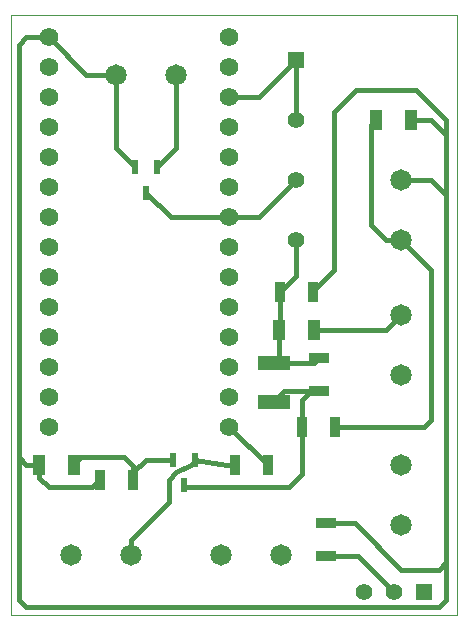
<source format=gtl>
G75*
%MOIN*%
%OFA0B0*%
%FSLAX25Y25*%
%IPPOS*%
%LPD*%
%AMOC8*
5,1,8,0,0,1.08239X$1,22.5*
%
%ADD10C,0.00000*%
%ADD11R,0.03600X0.07100*%
%ADD12C,0.07124*%
%ADD13R,0.07100X0.03600*%
%ADD14R,0.05550X0.05550*%
%ADD15C,0.05550*%
%ADD16R,0.10600X0.04500*%
%ADD17R,0.04400X0.06900*%
%ADD18C,0.06200*%
%ADD19R,0.02100X0.04600*%
%ADD20C,0.01600*%
D10*
X0001000Y0001000D02*
X0001000Y0200961D01*
X0149701Y0200961D01*
X0149701Y0001000D01*
X0001000Y0001000D01*
D11*
X0030500Y0046000D03*
X0041500Y0046000D03*
X0075500Y0051000D03*
X0086500Y0051000D03*
X0098000Y0063500D03*
X0109000Y0063500D03*
X0101500Y0108500D03*
X0090500Y0108500D03*
D12*
X0131000Y0101000D03*
X0131000Y0081000D03*
X0131000Y0051000D03*
X0131000Y0031000D03*
X0091000Y0021000D03*
X0071000Y0021000D03*
X0041000Y0021000D03*
X0021000Y0021000D03*
X0131000Y0126000D03*
X0131000Y0146000D03*
X0056000Y0181000D03*
X0036000Y0181000D03*
D13*
X0103500Y0086500D03*
X0103500Y0075500D03*
X0106000Y0031500D03*
X0106000Y0020500D03*
D14*
X0138500Y0008500D03*
X0096000Y0186000D03*
D15*
X0096000Y0166000D03*
X0096000Y0146000D03*
X0096000Y0126000D03*
X0118500Y0008500D03*
X0128500Y0008500D03*
D16*
X0088500Y0072100D03*
X0088500Y0084900D03*
D17*
X0090200Y0096000D03*
X0101800Y0096000D03*
X0122700Y0166000D03*
X0134300Y0166000D03*
X0021800Y0051000D03*
X0010200Y0051000D03*
D18*
X0013500Y0063500D03*
X0013500Y0073500D03*
X0013500Y0083500D03*
X0013500Y0093500D03*
X0013500Y0103500D03*
X0013500Y0113500D03*
X0013500Y0123500D03*
X0013500Y0133500D03*
X0013500Y0143500D03*
X0013500Y0153500D03*
X0013500Y0163500D03*
X0013500Y0173500D03*
X0013500Y0183500D03*
X0013500Y0193500D03*
X0073500Y0193500D03*
X0073500Y0183500D03*
X0073500Y0173500D03*
X0073500Y0163500D03*
X0073500Y0153500D03*
X0073500Y0143500D03*
X0073500Y0133500D03*
X0073500Y0123500D03*
X0073500Y0113500D03*
X0073500Y0103500D03*
X0073500Y0093500D03*
X0073500Y0083500D03*
X0073500Y0073500D03*
X0073500Y0063500D03*
D19*
X0062200Y0052800D03*
X0054800Y0052800D03*
X0058500Y0044200D03*
X0046000Y0141700D03*
X0042300Y0150300D03*
X0049700Y0150300D03*
D20*
X0056000Y0156600D01*
X0056000Y0181000D01*
X0073500Y0173500D02*
X0083500Y0173500D01*
X0096000Y0186000D01*
X0096000Y0166000D01*
X0108500Y0168500D02*
X0116000Y0176000D01*
X0136000Y0176000D01*
X0146000Y0166000D01*
X0146000Y0161000D01*
X0146000Y0141000D01*
X0146000Y0018500D01*
X0143500Y0016000D01*
X0131000Y0016000D01*
X0115500Y0031500D01*
X0106000Y0031500D01*
X0106000Y0020500D02*
X0116500Y0020500D01*
X0128500Y0008500D01*
X0143500Y0003500D02*
X0006000Y0003500D01*
X0003500Y0006000D01*
X0003500Y0053500D01*
X0006000Y0051000D01*
X0010200Y0051000D01*
X0010200Y0046800D01*
X0013500Y0043500D01*
X0028000Y0043500D01*
X0030500Y0046000D01*
X0024300Y0053500D02*
X0021800Y0051000D01*
X0024300Y0053500D02*
X0038500Y0053500D01*
X0041500Y0050500D01*
X0041500Y0048500D01*
X0045800Y0052800D01*
X0054800Y0052800D01*
X0056000Y0048500D02*
X0053500Y0046000D01*
X0053500Y0038500D01*
X0041000Y0026000D01*
X0041000Y0021000D01*
X0059200Y0043500D02*
X0058500Y0044200D01*
X0059200Y0043500D02*
X0093500Y0043500D01*
X0098000Y0048000D01*
X0098000Y0063500D01*
X0098000Y0072500D01*
X0101000Y0075500D01*
X0091900Y0075500D01*
X0088500Y0072100D01*
X0088500Y0084900D02*
X0101900Y0084900D01*
X0103500Y0086500D01*
X0101800Y0096000D02*
X0126000Y0096000D01*
X0131000Y0101000D01*
X0141000Y0116000D02*
X0131000Y0126000D01*
X0126000Y0126000D01*
X0121000Y0131000D01*
X0121000Y0164300D01*
X0122700Y0166000D01*
X0134300Y0166000D02*
X0141000Y0166000D01*
X0146000Y0161000D01*
X0141000Y0146000D02*
X0146000Y0141000D01*
X0141000Y0146000D02*
X0131000Y0146000D01*
X0141000Y0116000D02*
X0141000Y0066000D01*
X0138500Y0063500D01*
X0109000Y0063500D01*
X0103500Y0075500D02*
X0101000Y0075500D01*
X0090200Y0086600D02*
X0088500Y0084900D01*
X0090200Y0086600D02*
X0090200Y0096000D01*
X0090500Y0096300D01*
X0090500Y0108500D01*
X0096000Y0114000D01*
X0096000Y0126000D01*
X0083500Y0133500D02*
X0096000Y0146000D01*
X0083500Y0133500D02*
X0073500Y0133500D01*
X0054200Y0133500D01*
X0046000Y0141700D01*
X0042300Y0150300D02*
X0036000Y0156600D01*
X0036000Y0181000D01*
X0026000Y0181000D01*
X0013500Y0193500D01*
X0006000Y0193500D01*
X0003500Y0191000D01*
X0003500Y0053500D01*
X0041500Y0048500D02*
X0041500Y0046000D01*
X0056000Y0048500D02*
X0061000Y0051000D01*
X0062200Y0052200D01*
X0062200Y0052800D01*
X0075000Y0050500D01*
X0075500Y0051000D01*
X0086500Y0051000D02*
X0073500Y0063500D01*
X0101500Y0108500D02*
X0101500Y0109000D01*
X0108500Y0116000D01*
X0108500Y0168500D01*
X0146000Y0018500D02*
X0146000Y0006000D01*
X0143500Y0003500D01*
M02*

</source>
